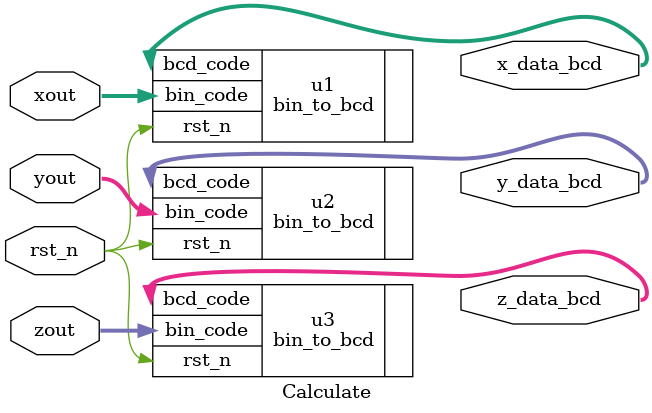
<source format=v>
module Calculate(
						// INPUT
						input				rst_n,		//复位信号
						input		[7:0]	xout,  //写入数据
						input		[7:0]	yout,
						input		[7:0]	zout,
						// OUTPUT
						output		[7:0]	x_data_bcd,		
						output		[7:0]	y_data_bcd,	
						output		[7:0]	z_data_bcd		
						);
	// ******************************
	// INSTANCE MODULE   //
	// ******************************
bin_to_bcd u1
(
.rst_n				(rst_n		),	//系统复位，低有效
.bin_code			(xout	),	//需要进行BCD转码的二进制数据
.bcd_code			(x_data_bcd	)	//转码后的BCD码型数据输出
);

bin_to_bcd u2
(
.rst_n				(rst_n		),	//系统复位，低有效
.bin_code			(yout	),	//需要进行BCD转码的二进制数据
.bcd_code			(y_data_bcd	)	//转码后的BCD码型数据输出
);

bin_to_bcd u3
(
.rst_n				(rst_n		),	//系统复位，低有效
.bin_code			(zout	),	//需要进行BCD转码的二进制数据
.bcd_code			(z_data_bcd	)	//转码后的BCD码型数据输出
);
endmodule

</source>
